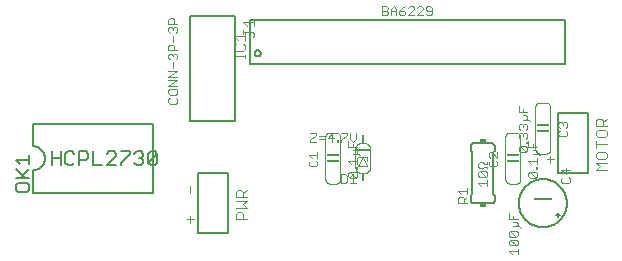
<source format=gto>
G75*
%MOIN*%
%OFA0B0*%
%FSLAX25Y25*%
%IPPOS*%
%LPD*%
%AMOC8*
5,1,8,0,0,1.08239X$1,22.5*
%
%ADD10C,0.00400*%
%ADD11R,0.04000X0.01000*%
%ADD12C,0.00300*%
%ADD13C,0.00600*%
%ADD14R,0.06400X0.01000*%
%ADD15R,0.05000X0.01000*%
%ADD16R,0.01000X0.02500*%
%ADD17C,0.00500*%
%ADD18R,0.02000X0.01500*%
D10*
X0076897Y0012357D02*
X0076897Y0014159D01*
X0077497Y0014759D01*
X0078698Y0014759D01*
X0079299Y0014159D01*
X0079299Y0012357D01*
X0080500Y0012357D02*
X0076897Y0012357D01*
X0076897Y0016040D02*
X0080500Y0016040D01*
X0079299Y0017241D01*
X0080500Y0018442D01*
X0076897Y0018442D01*
X0076897Y0019723D02*
X0076897Y0021525D01*
X0077497Y0022125D01*
X0078698Y0022125D01*
X0079299Y0021525D01*
X0079299Y0019723D01*
X0080500Y0019723D02*
X0076897Y0019723D01*
X0079299Y0020924D02*
X0080500Y0022125D01*
X0106700Y0025682D02*
X0106700Y0039682D01*
X0106702Y0039758D01*
X0106708Y0039834D01*
X0106717Y0039909D01*
X0106731Y0039984D01*
X0106748Y0040058D01*
X0106769Y0040131D01*
X0106793Y0040203D01*
X0106822Y0040274D01*
X0106853Y0040343D01*
X0106888Y0040410D01*
X0106927Y0040475D01*
X0106969Y0040539D01*
X0107014Y0040600D01*
X0107062Y0040659D01*
X0107113Y0040715D01*
X0107167Y0040769D01*
X0107223Y0040820D01*
X0107282Y0040868D01*
X0107343Y0040913D01*
X0107407Y0040955D01*
X0107472Y0040994D01*
X0107539Y0041029D01*
X0107608Y0041060D01*
X0107679Y0041089D01*
X0107751Y0041113D01*
X0107824Y0041134D01*
X0107898Y0041151D01*
X0107973Y0041165D01*
X0108048Y0041174D01*
X0108124Y0041180D01*
X0108200Y0041182D01*
X0110200Y0041182D01*
X0110276Y0041180D01*
X0110352Y0041174D01*
X0110427Y0041165D01*
X0110502Y0041151D01*
X0110576Y0041134D01*
X0110649Y0041113D01*
X0110721Y0041089D01*
X0110792Y0041060D01*
X0110861Y0041029D01*
X0110928Y0040994D01*
X0110993Y0040955D01*
X0111057Y0040913D01*
X0111118Y0040868D01*
X0111177Y0040820D01*
X0111233Y0040769D01*
X0111287Y0040715D01*
X0111338Y0040659D01*
X0111386Y0040600D01*
X0111431Y0040539D01*
X0111473Y0040475D01*
X0111512Y0040410D01*
X0111547Y0040343D01*
X0111578Y0040274D01*
X0111607Y0040203D01*
X0111631Y0040131D01*
X0111652Y0040058D01*
X0111669Y0039984D01*
X0111683Y0039909D01*
X0111692Y0039834D01*
X0111698Y0039758D01*
X0111700Y0039682D01*
X0111700Y0025682D01*
X0111698Y0025606D01*
X0111692Y0025530D01*
X0111683Y0025455D01*
X0111669Y0025380D01*
X0111652Y0025306D01*
X0111631Y0025233D01*
X0111607Y0025161D01*
X0111578Y0025090D01*
X0111547Y0025021D01*
X0111512Y0024954D01*
X0111473Y0024889D01*
X0111431Y0024825D01*
X0111386Y0024764D01*
X0111338Y0024705D01*
X0111287Y0024649D01*
X0111233Y0024595D01*
X0111177Y0024544D01*
X0111118Y0024496D01*
X0111057Y0024451D01*
X0110993Y0024409D01*
X0110928Y0024370D01*
X0110861Y0024335D01*
X0110792Y0024304D01*
X0110721Y0024275D01*
X0110649Y0024251D01*
X0110576Y0024230D01*
X0110502Y0024213D01*
X0110427Y0024199D01*
X0110352Y0024190D01*
X0110276Y0024184D01*
X0110200Y0024182D01*
X0108200Y0024182D01*
X0108124Y0024184D01*
X0108048Y0024190D01*
X0107973Y0024199D01*
X0107898Y0024213D01*
X0107824Y0024230D01*
X0107751Y0024251D01*
X0107679Y0024275D01*
X0107608Y0024304D01*
X0107539Y0024335D01*
X0107472Y0024370D01*
X0107407Y0024409D01*
X0107343Y0024451D01*
X0107282Y0024496D01*
X0107223Y0024544D01*
X0107167Y0024595D01*
X0107113Y0024649D01*
X0107062Y0024705D01*
X0107014Y0024764D01*
X0106969Y0024825D01*
X0106927Y0024889D01*
X0106888Y0024954D01*
X0106853Y0025021D01*
X0106822Y0025090D01*
X0106793Y0025161D01*
X0106769Y0025233D01*
X0106748Y0025306D01*
X0106731Y0025380D01*
X0106717Y0025455D01*
X0106708Y0025530D01*
X0106702Y0025606D01*
X0106700Y0025682D01*
X0116700Y0029682D02*
X0116700Y0035682D01*
X0116702Y0035769D01*
X0116708Y0035856D01*
X0116717Y0035943D01*
X0116730Y0036029D01*
X0116747Y0036115D01*
X0116768Y0036200D01*
X0116793Y0036283D01*
X0116821Y0036366D01*
X0116852Y0036447D01*
X0116887Y0036527D01*
X0116926Y0036605D01*
X0116968Y0036682D01*
X0117013Y0036757D01*
X0117062Y0036829D01*
X0117113Y0036900D01*
X0117168Y0036968D01*
X0117225Y0037033D01*
X0117286Y0037096D01*
X0117349Y0037157D01*
X0117414Y0037214D01*
X0117482Y0037269D01*
X0117553Y0037320D01*
X0117625Y0037369D01*
X0117700Y0037414D01*
X0117777Y0037456D01*
X0117855Y0037495D01*
X0117935Y0037530D01*
X0118016Y0037561D01*
X0118099Y0037589D01*
X0118182Y0037614D01*
X0118267Y0037635D01*
X0118353Y0037652D01*
X0118439Y0037665D01*
X0118526Y0037674D01*
X0118613Y0037680D01*
X0118700Y0037682D01*
X0119700Y0037682D01*
X0119787Y0037680D01*
X0119874Y0037674D01*
X0119961Y0037665D01*
X0120047Y0037652D01*
X0120133Y0037635D01*
X0120218Y0037614D01*
X0120301Y0037589D01*
X0120384Y0037561D01*
X0120465Y0037530D01*
X0120545Y0037495D01*
X0120623Y0037456D01*
X0120700Y0037414D01*
X0120775Y0037369D01*
X0120847Y0037320D01*
X0120918Y0037269D01*
X0120986Y0037214D01*
X0121051Y0037157D01*
X0121114Y0037096D01*
X0121175Y0037033D01*
X0121232Y0036968D01*
X0121287Y0036900D01*
X0121338Y0036829D01*
X0121387Y0036757D01*
X0121432Y0036682D01*
X0121474Y0036605D01*
X0121513Y0036527D01*
X0121548Y0036447D01*
X0121579Y0036366D01*
X0121607Y0036283D01*
X0121632Y0036200D01*
X0121653Y0036115D01*
X0121670Y0036029D01*
X0121683Y0035943D01*
X0121692Y0035856D01*
X0121698Y0035769D01*
X0121700Y0035682D01*
X0121700Y0029682D01*
X0121698Y0029595D01*
X0121692Y0029508D01*
X0121683Y0029421D01*
X0121670Y0029335D01*
X0121653Y0029249D01*
X0121632Y0029164D01*
X0121607Y0029081D01*
X0121579Y0028998D01*
X0121548Y0028917D01*
X0121513Y0028837D01*
X0121474Y0028759D01*
X0121432Y0028682D01*
X0121387Y0028607D01*
X0121338Y0028535D01*
X0121287Y0028464D01*
X0121232Y0028396D01*
X0121175Y0028331D01*
X0121114Y0028268D01*
X0121051Y0028207D01*
X0120986Y0028150D01*
X0120918Y0028095D01*
X0120847Y0028044D01*
X0120775Y0027995D01*
X0120700Y0027950D01*
X0120623Y0027908D01*
X0120545Y0027869D01*
X0120465Y0027834D01*
X0120384Y0027803D01*
X0120301Y0027775D01*
X0120218Y0027750D01*
X0120133Y0027729D01*
X0120047Y0027712D01*
X0119961Y0027699D01*
X0119874Y0027690D01*
X0119787Y0027684D01*
X0119700Y0027682D01*
X0118700Y0027682D01*
X0118613Y0027684D01*
X0118526Y0027690D01*
X0118439Y0027699D01*
X0118353Y0027712D01*
X0118267Y0027729D01*
X0118182Y0027750D01*
X0118099Y0027775D01*
X0118016Y0027803D01*
X0117935Y0027834D01*
X0117855Y0027869D01*
X0117777Y0027908D01*
X0117700Y0027950D01*
X0117625Y0027995D01*
X0117553Y0028044D01*
X0117482Y0028095D01*
X0117414Y0028150D01*
X0117349Y0028207D01*
X0117286Y0028268D01*
X0117225Y0028331D01*
X0117168Y0028396D01*
X0117113Y0028464D01*
X0117062Y0028535D01*
X0117013Y0028607D01*
X0116968Y0028682D01*
X0116926Y0028759D01*
X0116887Y0028837D01*
X0116852Y0028917D01*
X0116821Y0028998D01*
X0116793Y0029081D01*
X0116768Y0029164D01*
X0116747Y0029249D01*
X0116730Y0029335D01*
X0116717Y0029421D01*
X0116708Y0029508D01*
X0116702Y0029595D01*
X0116700Y0029682D01*
X0166700Y0025682D02*
X0166700Y0039682D01*
X0166702Y0039758D01*
X0166708Y0039834D01*
X0166717Y0039909D01*
X0166731Y0039984D01*
X0166748Y0040058D01*
X0166769Y0040131D01*
X0166793Y0040203D01*
X0166822Y0040274D01*
X0166853Y0040343D01*
X0166888Y0040410D01*
X0166927Y0040475D01*
X0166969Y0040539D01*
X0167014Y0040600D01*
X0167062Y0040659D01*
X0167113Y0040715D01*
X0167167Y0040769D01*
X0167223Y0040820D01*
X0167282Y0040868D01*
X0167343Y0040913D01*
X0167407Y0040955D01*
X0167472Y0040994D01*
X0167539Y0041029D01*
X0167608Y0041060D01*
X0167679Y0041089D01*
X0167751Y0041113D01*
X0167824Y0041134D01*
X0167898Y0041151D01*
X0167973Y0041165D01*
X0168048Y0041174D01*
X0168124Y0041180D01*
X0168200Y0041182D01*
X0170200Y0041182D01*
X0170276Y0041180D01*
X0170352Y0041174D01*
X0170427Y0041165D01*
X0170502Y0041151D01*
X0170576Y0041134D01*
X0170649Y0041113D01*
X0170721Y0041089D01*
X0170792Y0041060D01*
X0170861Y0041029D01*
X0170928Y0040994D01*
X0170993Y0040955D01*
X0171057Y0040913D01*
X0171118Y0040868D01*
X0171177Y0040820D01*
X0171233Y0040769D01*
X0171287Y0040715D01*
X0171338Y0040659D01*
X0171386Y0040600D01*
X0171431Y0040539D01*
X0171473Y0040475D01*
X0171512Y0040410D01*
X0171547Y0040343D01*
X0171578Y0040274D01*
X0171607Y0040203D01*
X0171631Y0040131D01*
X0171652Y0040058D01*
X0171669Y0039984D01*
X0171683Y0039909D01*
X0171692Y0039834D01*
X0171698Y0039758D01*
X0171700Y0039682D01*
X0171700Y0025682D01*
X0171698Y0025606D01*
X0171692Y0025530D01*
X0171683Y0025455D01*
X0171669Y0025380D01*
X0171652Y0025306D01*
X0171631Y0025233D01*
X0171607Y0025161D01*
X0171578Y0025090D01*
X0171547Y0025021D01*
X0171512Y0024954D01*
X0171473Y0024889D01*
X0171431Y0024825D01*
X0171386Y0024764D01*
X0171338Y0024705D01*
X0171287Y0024649D01*
X0171233Y0024595D01*
X0171177Y0024544D01*
X0171118Y0024496D01*
X0171057Y0024451D01*
X0170993Y0024409D01*
X0170928Y0024370D01*
X0170861Y0024335D01*
X0170792Y0024304D01*
X0170721Y0024275D01*
X0170649Y0024251D01*
X0170576Y0024230D01*
X0170502Y0024213D01*
X0170427Y0024199D01*
X0170352Y0024190D01*
X0170276Y0024184D01*
X0170200Y0024182D01*
X0168200Y0024182D01*
X0168124Y0024184D01*
X0168048Y0024190D01*
X0167973Y0024199D01*
X0167898Y0024213D01*
X0167824Y0024230D01*
X0167751Y0024251D01*
X0167679Y0024275D01*
X0167608Y0024304D01*
X0167539Y0024335D01*
X0167472Y0024370D01*
X0167407Y0024409D01*
X0167343Y0024451D01*
X0167282Y0024496D01*
X0167223Y0024544D01*
X0167167Y0024595D01*
X0167113Y0024649D01*
X0167062Y0024705D01*
X0167014Y0024764D01*
X0166969Y0024825D01*
X0166927Y0024889D01*
X0166888Y0024954D01*
X0166853Y0025021D01*
X0166822Y0025090D01*
X0166793Y0025161D01*
X0166769Y0025233D01*
X0166748Y0025306D01*
X0166731Y0025380D01*
X0166717Y0025455D01*
X0166708Y0025530D01*
X0166702Y0025606D01*
X0166700Y0025682D01*
X0178200Y0034182D02*
X0180200Y0034182D01*
X0180276Y0034184D01*
X0180352Y0034190D01*
X0180427Y0034199D01*
X0180502Y0034213D01*
X0180576Y0034230D01*
X0180649Y0034251D01*
X0180721Y0034275D01*
X0180792Y0034304D01*
X0180861Y0034335D01*
X0180928Y0034370D01*
X0180993Y0034409D01*
X0181057Y0034451D01*
X0181118Y0034496D01*
X0181177Y0034544D01*
X0181233Y0034595D01*
X0181287Y0034649D01*
X0181338Y0034705D01*
X0181386Y0034764D01*
X0181431Y0034825D01*
X0181473Y0034889D01*
X0181512Y0034954D01*
X0181547Y0035021D01*
X0181578Y0035090D01*
X0181607Y0035161D01*
X0181631Y0035233D01*
X0181652Y0035306D01*
X0181669Y0035380D01*
X0181683Y0035455D01*
X0181692Y0035530D01*
X0181698Y0035606D01*
X0181700Y0035682D01*
X0181700Y0049682D01*
X0181698Y0049758D01*
X0181692Y0049834D01*
X0181683Y0049909D01*
X0181669Y0049984D01*
X0181652Y0050058D01*
X0181631Y0050131D01*
X0181607Y0050203D01*
X0181578Y0050274D01*
X0181547Y0050343D01*
X0181512Y0050410D01*
X0181473Y0050475D01*
X0181431Y0050539D01*
X0181386Y0050600D01*
X0181338Y0050659D01*
X0181287Y0050715D01*
X0181233Y0050769D01*
X0181177Y0050820D01*
X0181118Y0050868D01*
X0181057Y0050913D01*
X0180993Y0050955D01*
X0180928Y0050994D01*
X0180861Y0051029D01*
X0180792Y0051060D01*
X0180721Y0051089D01*
X0180649Y0051113D01*
X0180576Y0051134D01*
X0180502Y0051151D01*
X0180427Y0051165D01*
X0180352Y0051174D01*
X0180276Y0051180D01*
X0180200Y0051182D01*
X0178200Y0051182D01*
X0178124Y0051180D01*
X0178048Y0051174D01*
X0177973Y0051165D01*
X0177898Y0051151D01*
X0177824Y0051134D01*
X0177751Y0051113D01*
X0177679Y0051089D01*
X0177608Y0051060D01*
X0177539Y0051029D01*
X0177472Y0050994D01*
X0177407Y0050955D01*
X0177343Y0050913D01*
X0177282Y0050868D01*
X0177223Y0050820D01*
X0177167Y0050769D01*
X0177113Y0050715D01*
X0177062Y0050659D01*
X0177014Y0050600D01*
X0176969Y0050539D01*
X0176927Y0050475D01*
X0176888Y0050410D01*
X0176853Y0050343D01*
X0176822Y0050274D01*
X0176793Y0050203D01*
X0176769Y0050131D01*
X0176748Y0050058D01*
X0176731Y0049984D01*
X0176717Y0049909D01*
X0176708Y0049834D01*
X0176702Y0049758D01*
X0176700Y0049682D01*
X0176700Y0035682D01*
X0176702Y0035606D01*
X0176708Y0035530D01*
X0176717Y0035455D01*
X0176731Y0035380D01*
X0176748Y0035306D01*
X0176769Y0035233D01*
X0176793Y0035161D01*
X0176822Y0035090D01*
X0176853Y0035021D01*
X0176888Y0034954D01*
X0176927Y0034889D01*
X0176969Y0034825D01*
X0177014Y0034764D01*
X0177062Y0034705D01*
X0177113Y0034649D01*
X0177167Y0034595D01*
X0177223Y0034544D01*
X0177282Y0034496D01*
X0177343Y0034451D01*
X0177407Y0034409D01*
X0177472Y0034370D01*
X0177539Y0034335D01*
X0177608Y0034304D01*
X0177679Y0034275D01*
X0177751Y0034251D01*
X0177824Y0034230D01*
X0177898Y0034213D01*
X0177973Y0034199D01*
X0178048Y0034190D01*
X0178124Y0034184D01*
X0178200Y0034182D01*
X0196897Y0034159D02*
X0196897Y0032958D01*
X0197497Y0032357D01*
X0199899Y0032357D01*
X0200500Y0032958D01*
X0200500Y0034159D01*
X0199899Y0034759D01*
X0197497Y0034759D01*
X0196897Y0034159D01*
X0196897Y0036040D02*
X0196897Y0038442D01*
X0196897Y0037241D02*
X0200500Y0037241D01*
X0199899Y0039723D02*
X0197497Y0039723D01*
X0196897Y0040324D01*
X0196897Y0041525D01*
X0197497Y0042125D01*
X0199899Y0042125D01*
X0200500Y0041525D01*
X0200500Y0040324D01*
X0199899Y0039723D01*
X0199299Y0043406D02*
X0199299Y0045208D01*
X0198698Y0045808D01*
X0197497Y0045808D01*
X0196897Y0045208D01*
X0196897Y0043406D01*
X0200500Y0043406D01*
X0199299Y0044607D02*
X0200500Y0045808D01*
X0200500Y0031076D02*
X0196897Y0031076D01*
X0198098Y0029875D01*
X0196897Y0028674D01*
X0200500Y0028674D01*
X0080000Y0065971D02*
X0080000Y0067172D01*
X0080000Y0066571D02*
X0076397Y0066571D01*
X0076397Y0065971D02*
X0076397Y0067172D01*
X0076997Y0068426D02*
X0079399Y0068426D01*
X0080000Y0069027D01*
X0080000Y0070228D01*
X0079399Y0070828D01*
X0080000Y0072109D02*
X0080000Y0074511D01*
X0080000Y0073310D02*
X0076397Y0073310D01*
X0077598Y0072109D01*
X0076997Y0070828D02*
X0076397Y0070228D01*
X0076397Y0069027D01*
X0076997Y0068426D01*
D11*
X0109200Y0033682D03*
X0109200Y0031682D03*
X0169200Y0031682D03*
X0169200Y0033682D03*
X0179200Y0041682D03*
X0179200Y0043682D03*
D12*
X0181698Y0043459D02*
X0181698Y0040990D01*
X0184348Y0041336D02*
X0184348Y0040369D01*
X0184831Y0039885D01*
X0186766Y0039885D01*
X0187250Y0040369D01*
X0187250Y0041336D01*
X0186766Y0041820D01*
X0186766Y0042832D02*
X0187250Y0043315D01*
X0187250Y0044283D01*
X0186766Y0044767D01*
X0186283Y0044767D01*
X0185799Y0044283D01*
X0185799Y0043799D01*
X0185799Y0044283D02*
X0185315Y0044767D01*
X0184831Y0044767D01*
X0184348Y0044283D01*
X0184348Y0043315D01*
X0184831Y0042832D01*
X0184831Y0041820D02*
X0184348Y0041336D01*
X0175799Y0037482D02*
X0175799Y0036515D01*
X0175799Y0035503D02*
X0176766Y0035503D01*
X0177250Y0035020D01*
X0177250Y0034536D01*
X0176766Y0034052D01*
X0177734Y0034052D01*
X0178217Y0033568D01*
X0176766Y0034052D02*
X0175799Y0034052D01*
X0174050Y0035213D02*
X0173566Y0034729D01*
X0171631Y0036664D01*
X0173566Y0036664D01*
X0174050Y0036180D01*
X0174050Y0035213D01*
X0173566Y0034729D02*
X0171631Y0034729D01*
X0171148Y0035213D01*
X0171148Y0036180D01*
X0171631Y0036664D01*
X0173566Y0037675D02*
X0173566Y0038159D01*
X0174050Y0038159D01*
X0174050Y0037675D01*
X0173566Y0037675D01*
X0174348Y0038450D02*
X0174348Y0036515D01*
X0177250Y0036515D01*
X0174050Y0039632D02*
X0173566Y0039149D01*
X0174050Y0039632D02*
X0174050Y0040600D01*
X0173566Y0041084D01*
X0173083Y0041084D01*
X0172599Y0040600D01*
X0172599Y0040116D01*
X0172599Y0040600D02*
X0172115Y0041084D01*
X0171631Y0041084D01*
X0171148Y0040600D01*
X0171148Y0039632D01*
X0171631Y0039149D01*
X0171631Y0042095D02*
X0171148Y0042579D01*
X0171148Y0043546D01*
X0171631Y0044030D01*
X0172115Y0044030D01*
X0172599Y0043546D01*
X0173083Y0044030D01*
X0173566Y0044030D01*
X0174050Y0043546D01*
X0174050Y0042579D01*
X0173566Y0042095D01*
X0172599Y0043063D02*
X0172599Y0043546D01*
X0172599Y0045525D02*
X0173566Y0045525D01*
X0174534Y0045525D01*
X0175017Y0045042D01*
X0174050Y0046009D02*
X0174050Y0046493D01*
X0173566Y0046977D01*
X0172599Y0046977D01*
X0172599Y0047988D02*
X0172599Y0048956D01*
X0171148Y0049923D02*
X0171148Y0047988D01*
X0174050Y0047988D01*
X0174050Y0046009D02*
X0173566Y0045525D01*
X0164050Y0034767D02*
X0164050Y0032832D01*
X0162115Y0034767D01*
X0161631Y0034767D01*
X0161148Y0034283D01*
X0161148Y0033315D01*
X0161631Y0032832D01*
X0161631Y0031820D02*
X0161148Y0031336D01*
X0161148Y0030369D01*
X0161631Y0029885D01*
X0163566Y0029885D01*
X0164050Y0030369D01*
X0164050Y0031336D01*
X0163566Y0031820D01*
X0160650Y0031240D02*
X0160650Y0030756D01*
X0159683Y0030756D01*
X0159199Y0031240D01*
X0158231Y0031240D01*
X0157748Y0030756D01*
X0157748Y0029789D01*
X0158231Y0029305D01*
X0159199Y0029305D01*
X0159683Y0029789D01*
X0160650Y0029789D01*
X0160650Y0029305D01*
X0160166Y0028293D02*
X0160650Y0027810D01*
X0160650Y0026842D01*
X0160166Y0026358D01*
X0158231Y0028293D01*
X0160166Y0028293D01*
X0158231Y0028293D02*
X0157748Y0027810D01*
X0157748Y0026842D01*
X0158231Y0026358D01*
X0160166Y0026358D01*
X0160650Y0025347D02*
X0160650Y0023412D01*
X0160650Y0024379D02*
X0157748Y0024379D01*
X0158715Y0023412D01*
X0153950Y0022713D02*
X0153950Y0020778D01*
X0153950Y0022713D01*
X0153950Y0021746D02*
X0151048Y0021746D01*
X0152015Y0020778D01*
X0151048Y0021746D01*
X0153950Y0021746D01*
X0153950Y0019767D02*
X0152983Y0018799D01*
X0153950Y0019767D01*
X0152983Y0019283D02*
X0152499Y0019767D01*
X0151531Y0019767D01*
X0151048Y0019283D01*
X0151048Y0017832D01*
X0153950Y0017832D01*
X0151048Y0017832D01*
X0151048Y0019283D01*
X0151531Y0019767D01*
X0152499Y0019767D01*
X0152983Y0019283D01*
X0152983Y0017832D01*
X0152983Y0019283D01*
X0167898Y0014320D02*
X0167898Y0012385D01*
X0170800Y0012385D01*
X0169349Y0012385D02*
X0169349Y0013353D01*
X0169349Y0011374D02*
X0170316Y0011374D01*
X0170800Y0010890D01*
X0170800Y0010406D01*
X0170316Y0009922D01*
X0171284Y0009922D01*
X0171767Y0009439D01*
X0170316Y0009922D02*
X0169349Y0009922D01*
X0170316Y0008427D02*
X0168381Y0008427D01*
X0170316Y0006492D01*
X0170800Y0006976D01*
X0170800Y0007943D01*
X0170316Y0008427D01*
X0168381Y0008427D02*
X0167898Y0007943D01*
X0167898Y0006976D01*
X0168381Y0006492D01*
X0170316Y0006492D01*
X0170316Y0005481D02*
X0168381Y0005481D01*
X0170316Y0003546D01*
X0170800Y0004029D01*
X0170800Y0004997D01*
X0170316Y0005481D01*
X0168381Y0005481D02*
X0167898Y0004997D01*
X0167898Y0004029D01*
X0168381Y0003546D01*
X0170316Y0003546D01*
X0170800Y0002534D02*
X0170800Y0000599D01*
X0170800Y0001567D02*
X0167898Y0001567D01*
X0168865Y0000599D01*
X0185831Y0024332D02*
X0187766Y0024332D01*
X0188250Y0024815D01*
X0188250Y0025783D01*
X0187766Y0026267D01*
X0186799Y0027278D02*
X0186799Y0029213D01*
X0188250Y0028729D02*
X0185348Y0028729D01*
X0186799Y0027278D01*
X0185831Y0026267D02*
X0185348Y0025783D01*
X0185348Y0024815D01*
X0185831Y0024332D01*
X0177250Y0026686D02*
X0177250Y0027653D01*
X0176766Y0028137D01*
X0174831Y0028137D01*
X0176766Y0026202D01*
X0177250Y0026686D01*
X0176766Y0026202D02*
X0174831Y0026202D01*
X0174348Y0026686D01*
X0174348Y0027653D01*
X0174831Y0028137D01*
X0176766Y0029149D02*
X0176766Y0029632D01*
X0177250Y0029632D01*
X0177250Y0029149D01*
X0176766Y0029149D01*
X0177250Y0030622D02*
X0177250Y0032557D01*
X0177250Y0031589D02*
X0174348Y0031589D01*
X0175315Y0030622D01*
X0180464Y0032225D02*
X0182933Y0032225D01*
X0181698Y0033459D02*
X0181698Y0030990D01*
X0120700Y0031682D02*
X0120700Y0032932D01*
X0119200Y0032932D01*
X0117700Y0032932D01*
X0117250Y0032557D02*
X0117250Y0030622D01*
X0117700Y0030182D02*
X0119200Y0032932D01*
X0120700Y0030182D01*
X0117700Y0030182D01*
X0117250Y0029632D02*
X0117250Y0029149D01*
X0116766Y0029149D01*
X0116766Y0029632D01*
X0117250Y0029632D01*
X0115315Y0030622D02*
X0114348Y0031589D01*
X0117250Y0031589D01*
X0118217Y0033568D02*
X0117734Y0034052D01*
X0116766Y0034052D01*
X0117250Y0034536D01*
X0117250Y0035020D01*
X0116766Y0035503D01*
X0115799Y0035503D01*
X0115799Y0036515D02*
X0115799Y0037482D01*
X0115871Y0038082D02*
X0116838Y0039049D01*
X0116838Y0040984D01*
X0114903Y0040984D02*
X0114903Y0039049D01*
X0115871Y0038082D01*
X0114348Y0038450D02*
X0114348Y0036515D01*
X0117250Y0036515D01*
X0113892Y0040500D02*
X0111957Y0038565D01*
X0111957Y0038082D01*
X0110967Y0038082D02*
X0110484Y0038082D01*
X0110484Y0038565D01*
X0110967Y0038565D01*
X0110967Y0038082D01*
X0108988Y0038082D02*
X0108988Y0040984D01*
X0107537Y0039533D01*
X0109472Y0039533D01*
X0106526Y0040017D02*
X0104591Y0040017D01*
X0104591Y0039049D02*
X0106526Y0039049D01*
X0103579Y0038082D02*
X0101644Y0038082D01*
X0101644Y0038565D01*
X0103579Y0040500D01*
X0103579Y0040984D01*
X0101644Y0040984D01*
X0111957Y0040984D02*
X0113892Y0040984D01*
X0113892Y0040500D01*
X0104050Y0034767D02*
X0104050Y0032832D01*
X0104050Y0033799D02*
X0101148Y0033799D01*
X0102115Y0032832D01*
X0101631Y0031820D02*
X0101148Y0031336D01*
X0101148Y0030369D01*
X0101631Y0029885D01*
X0103566Y0029885D01*
X0104050Y0030369D01*
X0104050Y0031336D01*
X0103566Y0031820D01*
X0114348Y0027653D02*
X0114831Y0028137D01*
X0116766Y0026202D01*
X0117250Y0026686D01*
X0117250Y0027653D01*
X0116766Y0028137D01*
X0114831Y0028137D01*
X0114348Y0027653D02*
X0114348Y0026686D01*
X0114831Y0026202D01*
X0116766Y0026202D01*
X0115871Y0027284D02*
X0115871Y0024382D01*
X0116838Y0024382D02*
X0114903Y0024382D01*
X0113892Y0024865D02*
X0113892Y0026800D01*
X0113408Y0027284D01*
X0111957Y0027284D01*
X0111957Y0024382D01*
X0113408Y0024382D01*
X0113892Y0024865D01*
X0114903Y0026317D02*
X0115871Y0027284D01*
X0115799Y0034052D02*
X0116766Y0034052D01*
X0061698Y0023459D02*
X0061698Y0020990D01*
X0061698Y0013459D02*
X0061698Y0010990D01*
X0060464Y0012225D02*
X0062933Y0012225D01*
X0056766Y0050867D02*
X0057250Y0051350D01*
X0057250Y0052318D01*
X0056766Y0052802D01*
X0056766Y0053813D02*
X0057250Y0054297D01*
X0057250Y0055264D01*
X0056766Y0055748D01*
X0054831Y0055748D01*
X0054348Y0055264D01*
X0054348Y0054297D01*
X0054831Y0053813D01*
X0056766Y0053813D01*
X0054831Y0052802D02*
X0054348Y0052318D01*
X0054348Y0051350D01*
X0054831Y0050867D01*
X0056766Y0050867D01*
X0057250Y0056760D02*
X0054348Y0056760D01*
X0057250Y0058695D01*
X0054348Y0058695D01*
X0054348Y0059706D02*
X0057250Y0061641D01*
X0054348Y0061641D01*
X0055799Y0062653D02*
X0055799Y0064588D01*
X0056766Y0065599D02*
X0057250Y0066083D01*
X0057250Y0067050D01*
X0056766Y0067534D01*
X0056283Y0067534D01*
X0055799Y0067050D01*
X0055799Y0066567D01*
X0055799Y0067050D02*
X0055315Y0067534D01*
X0054831Y0067534D01*
X0054348Y0067050D01*
X0054348Y0066083D01*
X0054831Y0065599D01*
X0054348Y0068546D02*
X0054348Y0069997D01*
X0054831Y0070481D01*
X0055799Y0070481D01*
X0056283Y0069997D01*
X0056283Y0068546D01*
X0057250Y0068546D02*
X0054348Y0068546D01*
X0055799Y0071492D02*
X0055799Y0073427D01*
X0056766Y0074439D02*
X0057250Y0074922D01*
X0057250Y0075890D01*
X0056766Y0076374D01*
X0056283Y0076374D01*
X0055799Y0075890D01*
X0055799Y0075406D01*
X0055799Y0075890D02*
X0055315Y0076374D01*
X0054831Y0076374D01*
X0054348Y0075890D01*
X0054348Y0074922D01*
X0054831Y0074439D01*
X0054348Y0077385D02*
X0054348Y0078836D01*
X0054831Y0079320D01*
X0055799Y0079320D01*
X0056283Y0078836D01*
X0056283Y0077385D01*
X0057250Y0077385D02*
X0054348Y0077385D01*
X0079347Y0077883D02*
X0080581Y0076649D01*
X0079347Y0075434D02*
X0079347Y0074200D01*
X0079347Y0074817D02*
X0082433Y0074817D01*
X0083050Y0074200D01*
X0083050Y0073583D01*
X0082433Y0072965D01*
X0083050Y0076649D02*
X0083050Y0079117D01*
X0083050Y0077883D02*
X0079347Y0077883D01*
X0057250Y0059706D02*
X0054348Y0059706D01*
X0125510Y0080332D02*
X0126962Y0080332D01*
X0127445Y0080815D01*
X0127445Y0081299D01*
X0126962Y0081783D01*
X0125510Y0081783D01*
X0126962Y0081783D02*
X0127445Y0082267D01*
X0127445Y0082750D01*
X0126962Y0083234D01*
X0125510Y0083234D01*
X0125510Y0080332D01*
X0128457Y0080332D02*
X0128457Y0082267D01*
X0129424Y0083234D01*
X0130392Y0082267D01*
X0130392Y0080332D01*
X0131403Y0080815D02*
X0131887Y0080332D01*
X0132855Y0080332D01*
X0133338Y0080815D01*
X0133338Y0081299D01*
X0132855Y0081783D01*
X0131403Y0081783D01*
X0131403Y0080815D01*
X0131403Y0081783D02*
X0132371Y0082750D01*
X0133338Y0083234D01*
X0134350Y0082750D02*
X0134834Y0083234D01*
X0135801Y0083234D01*
X0136285Y0082750D01*
X0136285Y0082267D01*
X0134350Y0080332D01*
X0136285Y0080332D01*
X0137297Y0080332D02*
X0139231Y0082267D01*
X0139231Y0082750D01*
X0138748Y0083234D01*
X0137780Y0083234D01*
X0137297Y0082750D01*
X0140243Y0082750D02*
X0140243Y0082267D01*
X0140727Y0081783D01*
X0142178Y0081783D01*
X0142178Y0082750D02*
X0142178Y0080815D01*
X0141694Y0080332D01*
X0140727Y0080332D01*
X0140243Y0080815D01*
X0139231Y0080332D02*
X0137297Y0080332D01*
X0140243Y0082750D02*
X0140727Y0083234D01*
X0141694Y0083234D01*
X0142178Y0082750D01*
X0130392Y0081783D02*
X0128457Y0081783D01*
D13*
X0009200Y0028682D02*
X0009200Y0021182D01*
X0049200Y0021182D01*
X0049200Y0044182D01*
X0009200Y0044182D01*
X0009200Y0036682D01*
X0009326Y0036680D01*
X0009451Y0036674D01*
X0009576Y0036664D01*
X0009701Y0036650D01*
X0009826Y0036633D01*
X0009950Y0036611D01*
X0010073Y0036586D01*
X0010195Y0036556D01*
X0010316Y0036523D01*
X0010436Y0036486D01*
X0010555Y0036446D01*
X0010672Y0036401D01*
X0010789Y0036353D01*
X0010903Y0036301D01*
X0011016Y0036246D01*
X0011127Y0036187D01*
X0011236Y0036125D01*
X0011343Y0036059D01*
X0011448Y0035990D01*
X0011551Y0035918D01*
X0011652Y0035843D01*
X0011750Y0035764D01*
X0011845Y0035682D01*
X0011938Y0035598D01*
X0012028Y0035510D01*
X0012116Y0035420D01*
X0012200Y0035327D01*
X0012282Y0035232D01*
X0012361Y0035134D01*
X0012436Y0035033D01*
X0012508Y0034930D01*
X0012577Y0034825D01*
X0012643Y0034718D01*
X0012705Y0034609D01*
X0012764Y0034498D01*
X0012819Y0034385D01*
X0012871Y0034271D01*
X0012919Y0034154D01*
X0012964Y0034037D01*
X0013004Y0033918D01*
X0013041Y0033798D01*
X0013074Y0033677D01*
X0013104Y0033555D01*
X0013129Y0033432D01*
X0013151Y0033308D01*
X0013168Y0033183D01*
X0013182Y0033058D01*
X0013192Y0032933D01*
X0013198Y0032808D01*
X0013200Y0032682D01*
X0013198Y0032556D01*
X0013192Y0032431D01*
X0013182Y0032306D01*
X0013168Y0032181D01*
X0013151Y0032056D01*
X0013129Y0031932D01*
X0013104Y0031809D01*
X0013074Y0031687D01*
X0013041Y0031566D01*
X0013004Y0031446D01*
X0012964Y0031327D01*
X0012919Y0031210D01*
X0012871Y0031093D01*
X0012819Y0030979D01*
X0012764Y0030866D01*
X0012705Y0030755D01*
X0012643Y0030646D01*
X0012577Y0030539D01*
X0012508Y0030434D01*
X0012436Y0030331D01*
X0012361Y0030230D01*
X0012282Y0030132D01*
X0012200Y0030037D01*
X0012116Y0029944D01*
X0012028Y0029854D01*
X0011938Y0029766D01*
X0011845Y0029682D01*
X0011750Y0029600D01*
X0011652Y0029521D01*
X0011551Y0029446D01*
X0011448Y0029374D01*
X0011343Y0029305D01*
X0011236Y0029239D01*
X0011127Y0029177D01*
X0011016Y0029118D01*
X0010903Y0029063D01*
X0010789Y0029011D01*
X0010672Y0028963D01*
X0010555Y0028918D01*
X0010436Y0028878D01*
X0010316Y0028841D01*
X0010195Y0028808D01*
X0010073Y0028778D01*
X0009950Y0028753D01*
X0009826Y0028731D01*
X0009701Y0028714D01*
X0009576Y0028700D01*
X0009451Y0028690D01*
X0009326Y0028684D01*
X0009200Y0028682D01*
X0081700Y0064182D02*
X0081700Y0078682D01*
X0186700Y0078682D01*
X0186700Y0064182D01*
X0081700Y0064182D01*
X0155200Y0036682D02*
X0155200Y0035182D01*
X0155700Y0034682D01*
X0155700Y0020682D01*
X0155200Y0020182D01*
X0155200Y0018682D01*
X0155202Y0018622D01*
X0155207Y0018561D01*
X0155216Y0018502D01*
X0155229Y0018443D01*
X0155245Y0018384D01*
X0155265Y0018327D01*
X0155288Y0018272D01*
X0155315Y0018217D01*
X0155344Y0018165D01*
X0155377Y0018114D01*
X0155413Y0018065D01*
X0155451Y0018019D01*
X0155493Y0017975D01*
X0155537Y0017933D01*
X0155583Y0017895D01*
X0155632Y0017859D01*
X0155683Y0017826D01*
X0155735Y0017797D01*
X0155790Y0017770D01*
X0155845Y0017747D01*
X0155902Y0017727D01*
X0155961Y0017711D01*
X0156020Y0017698D01*
X0156079Y0017689D01*
X0156140Y0017684D01*
X0156200Y0017682D01*
X0162200Y0017682D01*
X0162260Y0017684D01*
X0162321Y0017689D01*
X0162380Y0017698D01*
X0162439Y0017711D01*
X0162498Y0017727D01*
X0162555Y0017747D01*
X0162610Y0017770D01*
X0162665Y0017797D01*
X0162717Y0017826D01*
X0162768Y0017859D01*
X0162817Y0017895D01*
X0162863Y0017933D01*
X0162907Y0017975D01*
X0162949Y0018019D01*
X0162987Y0018065D01*
X0163023Y0018114D01*
X0163056Y0018165D01*
X0163085Y0018217D01*
X0163112Y0018272D01*
X0163135Y0018327D01*
X0163155Y0018384D01*
X0163171Y0018443D01*
X0163184Y0018502D01*
X0163193Y0018561D01*
X0163198Y0018622D01*
X0163200Y0018682D01*
X0163200Y0020182D01*
X0162700Y0020682D01*
X0162700Y0034682D01*
X0163200Y0035182D01*
X0163200Y0036682D01*
X0163198Y0036742D01*
X0163193Y0036803D01*
X0163184Y0036862D01*
X0163171Y0036921D01*
X0163155Y0036980D01*
X0163135Y0037037D01*
X0163112Y0037092D01*
X0163085Y0037147D01*
X0163056Y0037199D01*
X0163023Y0037250D01*
X0162987Y0037299D01*
X0162949Y0037345D01*
X0162907Y0037389D01*
X0162863Y0037431D01*
X0162817Y0037469D01*
X0162768Y0037505D01*
X0162717Y0037538D01*
X0162665Y0037567D01*
X0162610Y0037594D01*
X0162555Y0037617D01*
X0162498Y0037637D01*
X0162439Y0037653D01*
X0162380Y0037666D01*
X0162321Y0037675D01*
X0162260Y0037680D01*
X0162200Y0037682D01*
X0156200Y0037682D01*
X0156140Y0037680D01*
X0156079Y0037675D01*
X0156020Y0037666D01*
X0155961Y0037653D01*
X0155902Y0037637D01*
X0155845Y0037617D01*
X0155790Y0037594D01*
X0155735Y0037567D01*
X0155683Y0037538D01*
X0155632Y0037505D01*
X0155583Y0037469D01*
X0155537Y0037431D01*
X0155493Y0037389D01*
X0155451Y0037345D01*
X0155413Y0037299D01*
X0155377Y0037250D01*
X0155344Y0037199D01*
X0155315Y0037147D01*
X0155288Y0037092D01*
X0155265Y0037037D01*
X0155245Y0036980D01*
X0155229Y0036921D01*
X0155216Y0036862D01*
X0155207Y0036803D01*
X0155202Y0036742D01*
X0155200Y0036682D01*
X0155202Y0036742D01*
X0155207Y0036803D01*
X0155216Y0036862D01*
X0155229Y0036921D01*
X0155245Y0036980D01*
X0155265Y0037037D01*
X0155288Y0037092D01*
X0155315Y0037147D01*
X0155344Y0037199D01*
X0155377Y0037250D01*
X0155413Y0037299D01*
X0155451Y0037345D01*
X0155493Y0037389D01*
X0155537Y0037431D01*
X0155583Y0037469D01*
X0155632Y0037505D01*
X0155683Y0037538D01*
X0155735Y0037567D01*
X0155790Y0037594D01*
X0155845Y0037617D01*
X0155902Y0037637D01*
X0155961Y0037653D01*
X0156020Y0037666D01*
X0156079Y0037675D01*
X0156140Y0037680D01*
X0156200Y0037682D01*
X0162200Y0037682D02*
X0162260Y0037680D01*
X0162321Y0037675D01*
X0162380Y0037666D01*
X0162439Y0037653D01*
X0162498Y0037637D01*
X0162555Y0037617D01*
X0162610Y0037594D01*
X0162665Y0037567D01*
X0162717Y0037538D01*
X0162768Y0037505D01*
X0162817Y0037469D01*
X0162863Y0037431D01*
X0162907Y0037389D01*
X0162949Y0037345D01*
X0162987Y0037299D01*
X0163023Y0037250D01*
X0163056Y0037199D01*
X0163085Y0037147D01*
X0163112Y0037092D01*
X0163135Y0037037D01*
X0163155Y0036980D01*
X0163171Y0036921D01*
X0163184Y0036862D01*
X0163193Y0036803D01*
X0163198Y0036742D01*
X0163200Y0036682D01*
X0163200Y0018682D02*
X0163198Y0018622D01*
X0163193Y0018561D01*
X0163184Y0018502D01*
X0163171Y0018443D01*
X0163155Y0018384D01*
X0163135Y0018327D01*
X0163112Y0018272D01*
X0163085Y0018217D01*
X0163056Y0018165D01*
X0163023Y0018114D01*
X0162987Y0018065D01*
X0162949Y0018019D01*
X0162907Y0017975D01*
X0162863Y0017933D01*
X0162817Y0017895D01*
X0162768Y0017859D01*
X0162717Y0017826D01*
X0162665Y0017797D01*
X0162610Y0017770D01*
X0162555Y0017747D01*
X0162498Y0017727D01*
X0162439Y0017711D01*
X0162380Y0017698D01*
X0162321Y0017689D01*
X0162260Y0017684D01*
X0162200Y0017682D01*
X0156200Y0017682D02*
X0156140Y0017684D01*
X0156079Y0017689D01*
X0156020Y0017698D01*
X0155961Y0017711D01*
X0155902Y0017727D01*
X0155845Y0017747D01*
X0155790Y0017770D01*
X0155735Y0017797D01*
X0155683Y0017826D01*
X0155632Y0017859D01*
X0155583Y0017895D01*
X0155537Y0017933D01*
X0155493Y0017975D01*
X0155451Y0018019D01*
X0155413Y0018065D01*
X0155377Y0018114D01*
X0155344Y0018165D01*
X0155315Y0018217D01*
X0155288Y0018272D01*
X0155265Y0018327D01*
X0155245Y0018384D01*
X0155229Y0018443D01*
X0155216Y0018502D01*
X0155207Y0018561D01*
X0155202Y0018622D01*
X0155200Y0018682D01*
X0171200Y0017682D02*
X0171202Y0017878D01*
X0171210Y0018075D01*
X0171222Y0018271D01*
X0171239Y0018466D01*
X0171260Y0018661D01*
X0171287Y0018856D01*
X0171318Y0019050D01*
X0171354Y0019243D01*
X0171394Y0019435D01*
X0171440Y0019626D01*
X0171490Y0019816D01*
X0171544Y0020004D01*
X0171604Y0020191D01*
X0171668Y0020377D01*
X0171736Y0020561D01*
X0171809Y0020743D01*
X0171886Y0020924D01*
X0171968Y0021102D01*
X0172054Y0021279D01*
X0172145Y0021453D01*
X0172239Y0021625D01*
X0172338Y0021795D01*
X0172441Y0021962D01*
X0172548Y0022127D01*
X0172659Y0022288D01*
X0172774Y0022448D01*
X0172893Y0022604D01*
X0173016Y0022757D01*
X0173142Y0022907D01*
X0173272Y0023054D01*
X0173406Y0023198D01*
X0173543Y0023339D01*
X0173684Y0023476D01*
X0173828Y0023610D01*
X0173975Y0023740D01*
X0174125Y0023866D01*
X0174278Y0023989D01*
X0174434Y0024108D01*
X0174594Y0024223D01*
X0174755Y0024334D01*
X0174920Y0024441D01*
X0175087Y0024544D01*
X0175257Y0024643D01*
X0175429Y0024737D01*
X0175603Y0024828D01*
X0175780Y0024914D01*
X0175958Y0024996D01*
X0176139Y0025073D01*
X0176321Y0025146D01*
X0176505Y0025214D01*
X0176691Y0025278D01*
X0176878Y0025338D01*
X0177066Y0025392D01*
X0177256Y0025442D01*
X0177447Y0025488D01*
X0177639Y0025528D01*
X0177832Y0025564D01*
X0178026Y0025595D01*
X0178221Y0025622D01*
X0178416Y0025643D01*
X0178611Y0025660D01*
X0178807Y0025672D01*
X0179004Y0025680D01*
X0179200Y0025682D01*
X0179396Y0025680D01*
X0179593Y0025672D01*
X0179789Y0025660D01*
X0179984Y0025643D01*
X0180179Y0025622D01*
X0180374Y0025595D01*
X0180568Y0025564D01*
X0180761Y0025528D01*
X0180953Y0025488D01*
X0181144Y0025442D01*
X0181334Y0025392D01*
X0181522Y0025338D01*
X0181709Y0025278D01*
X0181895Y0025214D01*
X0182079Y0025146D01*
X0182261Y0025073D01*
X0182442Y0024996D01*
X0182620Y0024914D01*
X0182797Y0024828D01*
X0182971Y0024737D01*
X0183143Y0024643D01*
X0183313Y0024544D01*
X0183480Y0024441D01*
X0183645Y0024334D01*
X0183806Y0024223D01*
X0183966Y0024108D01*
X0184122Y0023989D01*
X0184275Y0023866D01*
X0184425Y0023740D01*
X0184572Y0023610D01*
X0184716Y0023476D01*
X0184857Y0023339D01*
X0184994Y0023198D01*
X0185128Y0023054D01*
X0185258Y0022907D01*
X0185384Y0022757D01*
X0185507Y0022604D01*
X0185626Y0022448D01*
X0185741Y0022288D01*
X0185852Y0022127D01*
X0185959Y0021962D01*
X0186062Y0021795D01*
X0186161Y0021625D01*
X0186255Y0021453D01*
X0186346Y0021279D01*
X0186432Y0021102D01*
X0186514Y0020924D01*
X0186591Y0020743D01*
X0186664Y0020561D01*
X0186732Y0020377D01*
X0186796Y0020191D01*
X0186856Y0020004D01*
X0186910Y0019816D01*
X0186960Y0019626D01*
X0187006Y0019435D01*
X0187046Y0019243D01*
X0187082Y0019050D01*
X0187113Y0018856D01*
X0187140Y0018661D01*
X0187161Y0018466D01*
X0187178Y0018271D01*
X0187190Y0018075D01*
X0187198Y0017878D01*
X0187200Y0017682D01*
X0187198Y0017486D01*
X0187190Y0017289D01*
X0187178Y0017093D01*
X0187161Y0016898D01*
X0187140Y0016703D01*
X0187113Y0016508D01*
X0187082Y0016314D01*
X0187046Y0016121D01*
X0187006Y0015929D01*
X0186960Y0015738D01*
X0186910Y0015548D01*
X0186856Y0015360D01*
X0186796Y0015173D01*
X0186732Y0014987D01*
X0186664Y0014803D01*
X0186591Y0014621D01*
X0186514Y0014440D01*
X0186432Y0014262D01*
X0186346Y0014085D01*
X0186255Y0013911D01*
X0186161Y0013739D01*
X0186062Y0013569D01*
X0185959Y0013402D01*
X0185852Y0013237D01*
X0185741Y0013076D01*
X0185626Y0012916D01*
X0185507Y0012760D01*
X0185384Y0012607D01*
X0185258Y0012457D01*
X0185128Y0012310D01*
X0184994Y0012166D01*
X0184857Y0012025D01*
X0184716Y0011888D01*
X0184572Y0011754D01*
X0184425Y0011624D01*
X0184275Y0011498D01*
X0184122Y0011375D01*
X0183966Y0011256D01*
X0183806Y0011141D01*
X0183645Y0011030D01*
X0183480Y0010923D01*
X0183313Y0010820D01*
X0183143Y0010721D01*
X0182971Y0010627D01*
X0182797Y0010536D01*
X0182620Y0010450D01*
X0182442Y0010368D01*
X0182261Y0010291D01*
X0182079Y0010218D01*
X0181895Y0010150D01*
X0181709Y0010086D01*
X0181522Y0010026D01*
X0181334Y0009972D01*
X0181144Y0009922D01*
X0180953Y0009876D01*
X0180761Y0009836D01*
X0180568Y0009800D01*
X0180374Y0009769D01*
X0180179Y0009742D01*
X0179984Y0009721D01*
X0179789Y0009704D01*
X0179593Y0009692D01*
X0179396Y0009684D01*
X0179200Y0009682D01*
X0179004Y0009684D01*
X0178807Y0009692D01*
X0178611Y0009704D01*
X0178416Y0009721D01*
X0178221Y0009742D01*
X0178026Y0009769D01*
X0177832Y0009800D01*
X0177639Y0009836D01*
X0177447Y0009876D01*
X0177256Y0009922D01*
X0177066Y0009972D01*
X0176878Y0010026D01*
X0176691Y0010086D01*
X0176505Y0010150D01*
X0176321Y0010218D01*
X0176139Y0010291D01*
X0175958Y0010368D01*
X0175780Y0010450D01*
X0175603Y0010536D01*
X0175429Y0010627D01*
X0175257Y0010721D01*
X0175087Y0010820D01*
X0174920Y0010923D01*
X0174755Y0011030D01*
X0174594Y0011141D01*
X0174434Y0011256D01*
X0174278Y0011375D01*
X0174125Y0011498D01*
X0173975Y0011624D01*
X0173828Y0011754D01*
X0173684Y0011888D01*
X0173543Y0012025D01*
X0173406Y0012166D01*
X0173272Y0012310D01*
X0173142Y0012457D01*
X0173016Y0012607D01*
X0172893Y0012760D01*
X0172774Y0012916D01*
X0172659Y0013076D01*
X0172548Y0013237D01*
X0172441Y0013402D01*
X0172338Y0013569D01*
X0172239Y0013739D01*
X0172145Y0013911D01*
X0172054Y0014085D01*
X0171968Y0014262D01*
X0171886Y0014440D01*
X0171809Y0014621D01*
X0171736Y0014803D01*
X0171668Y0014987D01*
X0171604Y0015173D01*
X0171544Y0015360D01*
X0171490Y0015548D01*
X0171440Y0015738D01*
X0171394Y0015929D01*
X0171354Y0016121D01*
X0171318Y0016314D01*
X0171287Y0016508D01*
X0171260Y0016703D01*
X0171239Y0016898D01*
X0171222Y0017093D01*
X0171210Y0017289D01*
X0171202Y0017486D01*
X0171200Y0017682D01*
X0183450Y0013682D02*
X0184200Y0013682D01*
X0184200Y0014432D01*
X0184200Y0013682D02*
X0184950Y0013682D01*
X0184200Y0013682D02*
X0184200Y0012932D01*
D14*
X0179200Y0019182D03*
D15*
X0119200Y0035432D03*
D16*
X0119200Y0038932D03*
X0119200Y0026432D03*
D17*
X0074200Y0027682D02*
X0074200Y0007682D01*
X0064200Y0007682D01*
X0064200Y0027682D01*
X0074200Y0027682D01*
X0050680Y0031182D02*
X0049929Y0030432D01*
X0048428Y0030432D01*
X0047677Y0031182D01*
X0050680Y0034185D01*
X0050680Y0031182D01*
X0047677Y0031182D02*
X0047677Y0034185D01*
X0048428Y0034936D01*
X0049929Y0034936D01*
X0050680Y0034185D01*
X0046076Y0034185D02*
X0046076Y0033434D01*
X0045325Y0032684D01*
X0046076Y0031933D01*
X0046076Y0031182D01*
X0045325Y0030432D01*
X0043824Y0030432D01*
X0043074Y0031182D01*
X0044575Y0032684D02*
X0045325Y0032684D01*
X0046076Y0034185D02*
X0045325Y0034936D01*
X0043824Y0034936D01*
X0043074Y0034185D01*
X0041472Y0034185D02*
X0041472Y0034936D01*
X0038470Y0034936D01*
X0036868Y0034185D02*
X0036118Y0034936D01*
X0034616Y0034936D01*
X0033866Y0034185D01*
X0036868Y0034185D02*
X0036868Y0033434D01*
X0033866Y0030432D01*
X0036868Y0030432D01*
X0038470Y0030432D02*
X0038470Y0031182D01*
X0041472Y0034185D01*
X0032264Y0030432D02*
X0029262Y0030432D01*
X0029262Y0034936D01*
X0027660Y0034185D02*
X0027660Y0032684D01*
X0026910Y0031933D01*
X0024658Y0031933D01*
X0023056Y0031182D02*
X0022306Y0030432D01*
X0020805Y0030432D01*
X0020054Y0031182D01*
X0020054Y0034185D01*
X0020805Y0034936D01*
X0022306Y0034936D01*
X0023056Y0034185D01*
X0024658Y0034936D02*
X0026910Y0034936D01*
X0027660Y0034185D01*
X0024658Y0034936D02*
X0024658Y0030432D01*
X0018453Y0030432D02*
X0018453Y0034936D01*
X0018453Y0032684D02*
X0015450Y0032684D01*
X0015450Y0030432D02*
X0015450Y0034936D01*
X0007950Y0033642D02*
X0007950Y0030640D01*
X0004947Y0030640D02*
X0003446Y0032141D01*
X0007950Y0032141D01*
X0007950Y0029038D02*
X0005698Y0026786D01*
X0006449Y0026036D02*
X0003446Y0029038D01*
X0003446Y0026036D02*
X0007950Y0026036D01*
X0007199Y0024434D02*
X0004197Y0024434D01*
X0003446Y0023684D01*
X0003446Y0022182D01*
X0004197Y0021432D01*
X0007199Y0021432D01*
X0007950Y0022182D01*
X0007950Y0023684D01*
X0007199Y0024434D01*
X0061700Y0045182D02*
X0076700Y0045182D01*
X0076700Y0080182D01*
X0061700Y0080182D01*
X0061700Y0045182D01*
X0083200Y0067682D02*
X0083202Y0067745D01*
X0083208Y0067807D01*
X0083218Y0067869D01*
X0083231Y0067931D01*
X0083249Y0067991D01*
X0083270Y0068050D01*
X0083295Y0068108D01*
X0083324Y0068164D01*
X0083356Y0068218D01*
X0083391Y0068270D01*
X0083429Y0068319D01*
X0083471Y0068367D01*
X0083515Y0068411D01*
X0083563Y0068453D01*
X0083612Y0068491D01*
X0083664Y0068526D01*
X0083718Y0068558D01*
X0083774Y0068587D01*
X0083832Y0068612D01*
X0083891Y0068633D01*
X0083951Y0068651D01*
X0084013Y0068664D01*
X0084075Y0068674D01*
X0084137Y0068680D01*
X0084200Y0068682D01*
X0084263Y0068680D01*
X0084325Y0068674D01*
X0084387Y0068664D01*
X0084449Y0068651D01*
X0084509Y0068633D01*
X0084568Y0068612D01*
X0084626Y0068587D01*
X0084682Y0068558D01*
X0084736Y0068526D01*
X0084788Y0068491D01*
X0084837Y0068453D01*
X0084885Y0068411D01*
X0084929Y0068367D01*
X0084971Y0068319D01*
X0085009Y0068270D01*
X0085044Y0068218D01*
X0085076Y0068164D01*
X0085105Y0068108D01*
X0085130Y0068050D01*
X0085151Y0067991D01*
X0085169Y0067931D01*
X0085182Y0067869D01*
X0085192Y0067807D01*
X0085198Y0067745D01*
X0085200Y0067682D01*
X0085198Y0067619D01*
X0085192Y0067557D01*
X0085182Y0067495D01*
X0085169Y0067433D01*
X0085151Y0067373D01*
X0085130Y0067314D01*
X0085105Y0067256D01*
X0085076Y0067200D01*
X0085044Y0067146D01*
X0085009Y0067094D01*
X0084971Y0067045D01*
X0084929Y0066997D01*
X0084885Y0066953D01*
X0084837Y0066911D01*
X0084788Y0066873D01*
X0084736Y0066838D01*
X0084682Y0066806D01*
X0084626Y0066777D01*
X0084568Y0066752D01*
X0084509Y0066731D01*
X0084449Y0066713D01*
X0084387Y0066700D01*
X0084325Y0066690D01*
X0084263Y0066684D01*
X0084200Y0066682D01*
X0084137Y0066684D01*
X0084075Y0066690D01*
X0084013Y0066700D01*
X0083951Y0066713D01*
X0083891Y0066731D01*
X0083832Y0066752D01*
X0083774Y0066777D01*
X0083718Y0066806D01*
X0083664Y0066838D01*
X0083612Y0066873D01*
X0083563Y0066911D01*
X0083515Y0066953D01*
X0083471Y0066997D01*
X0083429Y0067045D01*
X0083391Y0067094D01*
X0083356Y0067146D01*
X0083324Y0067200D01*
X0083295Y0067256D01*
X0083270Y0067314D01*
X0083249Y0067373D01*
X0083231Y0067433D01*
X0083218Y0067495D01*
X0083208Y0067557D01*
X0083202Y0067619D01*
X0083200Y0067682D01*
X0184200Y0047682D02*
X0184200Y0027682D01*
X0194200Y0027682D01*
X0194200Y0047682D01*
X0184200Y0047682D01*
D18*
X0159200Y0038432D03*
X0159200Y0038432D03*
X0159200Y0016932D03*
X0159200Y0016932D03*
M02*

</source>
